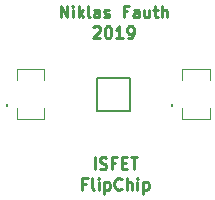
<source format=gto>
G04 #@! TF.GenerationSoftware,KiCad,Pcbnew,5.0.2-bee76a0~70~ubuntu18.04.1*
G04 #@! TF.CreationDate,2019-09-04T19:42:23+02:00*
G04 #@! TF.ProjectId,upper_Sensor,75707065-725f-4536-956e-736f722e6b69,rev?*
G04 #@! TF.SameCoordinates,Original*
G04 #@! TF.FileFunction,Legend,Top*
G04 #@! TF.FilePolarity,Positive*
%FSLAX46Y46*%
G04 Gerber Fmt 4.6, Leading zero omitted, Abs format (unit mm)*
G04 Created by KiCad (PCBNEW 5.0.2-bee76a0~70~ubuntu18.04.1) date Mi 04 Sep 2019 19:42:23 CEST*
%MOMM*%
%LPD*%
G01*
G04 APERTURE LIST*
%ADD10C,0.250000*%
%ADD11C,0.200000*%
%ADD12C,0.100000*%
G04 APERTURE END LIST*
D10*
X105540000Y-73517380D02*
X105540000Y-72517380D01*
X106111428Y-73517380D01*
X106111428Y-72517380D01*
X106587619Y-73517380D02*
X106587619Y-72850714D01*
X106587619Y-72517380D02*
X106540000Y-72565000D01*
X106587619Y-72612619D01*
X106635238Y-72565000D01*
X106587619Y-72517380D01*
X106587619Y-72612619D01*
X107063809Y-73517380D02*
X107063809Y-72517380D01*
X107159047Y-73136428D02*
X107444761Y-73517380D01*
X107444761Y-72850714D02*
X107063809Y-73231666D01*
X108016190Y-73517380D02*
X107920952Y-73469761D01*
X107873333Y-73374523D01*
X107873333Y-72517380D01*
X108825714Y-73517380D02*
X108825714Y-72993571D01*
X108778095Y-72898333D01*
X108682857Y-72850714D01*
X108492380Y-72850714D01*
X108397142Y-72898333D01*
X108825714Y-73469761D02*
X108730476Y-73517380D01*
X108492380Y-73517380D01*
X108397142Y-73469761D01*
X108349523Y-73374523D01*
X108349523Y-73279285D01*
X108397142Y-73184047D01*
X108492380Y-73136428D01*
X108730476Y-73136428D01*
X108825714Y-73088809D01*
X109254285Y-73469761D02*
X109349523Y-73517380D01*
X109540000Y-73517380D01*
X109635238Y-73469761D01*
X109682857Y-73374523D01*
X109682857Y-73326904D01*
X109635238Y-73231666D01*
X109540000Y-73184047D01*
X109397142Y-73184047D01*
X109301904Y-73136428D01*
X109254285Y-73041190D01*
X109254285Y-72993571D01*
X109301904Y-72898333D01*
X109397142Y-72850714D01*
X109540000Y-72850714D01*
X109635238Y-72898333D01*
X111206666Y-72993571D02*
X110873333Y-72993571D01*
X110873333Y-73517380D02*
X110873333Y-72517380D01*
X111349523Y-72517380D01*
X112159047Y-73517380D02*
X112159047Y-72993571D01*
X112111428Y-72898333D01*
X112016190Y-72850714D01*
X111825714Y-72850714D01*
X111730476Y-72898333D01*
X112159047Y-73469761D02*
X112063809Y-73517380D01*
X111825714Y-73517380D01*
X111730476Y-73469761D01*
X111682857Y-73374523D01*
X111682857Y-73279285D01*
X111730476Y-73184047D01*
X111825714Y-73136428D01*
X112063809Y-73136428D01*
X112159047Y-73088809D01*
X113063809Y-72850714D02*
X113063809Y-73517380D01*
X112635238Y-72850714D02*
X112635238Y-73374523D01*
X112682857Y-73469761D01*
X112778095Y-73517380D01*
X112920952Y-73517380D01*
X113016190Y-73469761D01*
X113063809Y-73422142D01*
X113397142Y-72850714D02*
X113778095Y-72850714D01*
X113540000Y-72517380D02*
X113540000Y-73374523D01*
X113587619Y-73469761D01*
X113682857Y-73517380D01*
X113778095Y-73517380D01*
X114111428Y-73517380D02*
X114111428Y-72517380D01*
X114540000Y-73517380D02*
X114540000Y-72993571D01*
X114492380Y-72898333D01*
X114397142Y-72850714D01*
X114254285Y-72850714D01*
X114159047Y-72898333D01*
X114111428Y-72945952D01*
X108325714Y-74362619D02*
X108373333Y-74315000D01*
X108468571Y-74267380D01*
X108706666Y-74267380D01*
X108801904Y-74315000D01*
X108849523Y-74362619D01*
X108897142Y-74457857D01*
X108897142Y-74553095D01*
X108849523Y-74695952D01*
X108278095Y-75267380D01*
X108897142Y-75267380D01*
X109516190Y-74267380D02*
X109611428Y-74267380D01*
X109706666Y-74315000D01*
X109754285Y-74362619D01*
X109801904Y-74457857D01*
X109849523Y-74648333D01*
X109849523Y-74886428D01*
X109801904Y-75076904D01*
X109754285Y-75172142D01*
X109706666Y-75219761D01*
X109611428Y-75267380D01*
X109516190Y-75267380D01*
X109420952Y-75219761D01*
X109373333Y-75172142D01*
X109325714Y-75076904D01*
X109278095Y-74886428D01*
X109278095Y-74648333D01*
X109325714Y-74457857D01*
X109373333Y-74362619D01*
X109420952Y-74315000D01*
X109516190Y-74267380D01*
X110801904Y-75267380D02*
X110230476Y-75267380D01*
X110516190Y-75267380D02*
X110516190Y-74267380D01*
X110420952Y-74410238D01*
X110325714Y-74505476D01*
X110230476Y-74553095D01*
X111278095Y-75267380D02*
X111468571Y-75267380D01*
X111563809Y-75219761D01*
X111611428Y-75172142D01*
X111706666Y-75029285D01*
X111754285Y-74838809D01*
X111754285Y-74457857D01*
X111706666Y-74362619D01*
X111659047Y-74315000D01*
X111563809Y-74267380D01*
X111373333Y-74267380D01*
X111278095Y-74315000D01*
X111230476Y-74362619D01*
X111182857Y-74457857D01*
X111182857Y-74695952D01*
X111230476Y-74791190D01*
X111278095Y-74838809D01*
X111373333Y-74886428D01*
X111563809Y-74886428D01*
X111659047Y-74838809D01*
X111706666Y-74791190D01*
X111754285Y-74695952D01*
X108431904Y-86357380D02*
X108431904Y-85357380D01*
X108860476Y-86309761D02*
X109003333Y-86357380D01*
X109241428Y-86357380D01*
X109336666Y-86309761D01*
X109384285Y-86262142D01*
X109431904Y-86166904D01*
X109431904Y-86071666D01*
X109384285Y-85976428D01*
X109336666Y-85928809D01*
X109241428Y-85881190D01*
X109050952Y-85833571D01*
X108955714Y-85785952D01*
X108908095Y-85738333D01*
X108860476Y-85643095D01*
X108860476Y-85547857D01*
X108908095Y-85452619D01*
X108955714Y-85405000D01*
X109050952Y-85357380D01*
X109289047Y-85357380D01*
X109431904Y-85405000D01*
X110193809Y-85833571D02*
X109860476Y-85833571D01*
X109860476Y-86357380D02*
X109860476Y-85357380D01*
X110336666Y-85357380D01*
X110717619Y-85833571D02*
X111050952Y-85833571D01*
X111193809Y-86357380D02*
X110717619Y-86357380D01*
X110717619Y-85357380D01*
X111193809Y-85357380D01*
X111479523Y-85357380D02*
X112050952Y-85357380D01*
X111765238Y-86357380D02*
X111765238Y-85357380D01*
X107717619Y-87583571D02*
X107384285Y-87583571D01*
X107384285Y-88107380D02*
X107384285Y-87107380D01*
X107860476Y-87107380D01*
X108384285Y-88107380D02*
X108289047Y-88059761D01*
X108241428Y-87964523D01*
X108241428Y-87107380D01*
X108765238Y-88107380D02*
X108765238Y-87440714D01*
X108765238Y-87107380D02*
X108717619Y-87155000D01*
X108765238Y-87202619D01*
X108812857Y-87155000D01*
X108765238Y-87107380D01*
X108765238Y-87202619D01*
X109241428Y-87440714D02*
X109241428Y-88440714D01*
X109241428Y-87488333D02*
X109336666Y-87440714D01*
X109527142Y-87440714D01*
X109622380Y-87488333D01*
X109670000Y-87535952D01*
X109717619Y-87631190D01*
X109717619Y-87916904D01*
X109670000Y-88012142D01*
X109622380Y-88059761D01*
X109527142Y-88107380D01*
X109336666Y-88107380D01*
X109241428Y-88059761D01*
X110717619Y-88012142D02*
X110670000Y-88059761D01*
X110527142Y-88107380D01*
X110431904Y-88107380D01*
X110289047Y-88059761D01*
X110193809Y-87964523D01*
X110146190Y-87869285D01*
X110098571Y-87678809D01*
X110098571Y-87535952D01*
X110146190Y-87345476D01*
X110193809Y-87250238D01*
X110289047Y-87155000D01*
X110431904Y-87107380D01*
X110527142Y-87107380D01*
X110670000Y-87155000D01*
X110717619Y-87202619D01*
X111146190Y-88107380D02*
X111146190Y-87107380D01*
X111574761Y-88107380D02*
X111574761Y-87583571D01*
X111527142Y-87488333D01*
X111431904Y-87440714D01*
X111289047Y-87440714D01*
X111193809Y-87488333D01*
X111146190Y-87535952D01*
X112050952Y-88107380D02*
X112050952Y-87440714D01*
X112050952Y-87107380D02*
X112003333Y-87155000D01*
X112050952Y-87202619D01*
X112098571Y-87155000D01*
X112050952Y-87107380D01*
X112050952Y-87202619D01*
X112527142Y-87440714D02*
X112527142Y-88440714D01*
X112527142Y-87488333D02*
X112622380Y-87440714D01*
X112812857Y-87440714D01*
X112908095Y-87488333D01*
X112955714Y-87535952D01*
X113003333Y-87631190D01*
X113003333Y-87916904D01*
X112955714Y-88012142D01*
X112908095Y-88059761D01*
X112812857Y-88107380D01*
X112622380Y-88107380D01*
X112527142Y-88059761D01*
D11*
X108600000Y-78600000D02*
X111400000Y-78600000D01*
X108600000Y-81400000D02*
X108600000Y-78600000D01*
X111400000Y-81400000D02*
X108600000Y-81400000D01*
X111400000Y-78600000D02*
X111400000Y-81400000D01*
G04 #@! TO.C,J11*
X115000000Y-81000000D02*
G75*
G02X115000000Y-80900000I0J50000D01*
G01*
X115000000Y-80900000D02*
G75*
G02X115000000Y-81000000I0J-50000D01*
G01*
X115000000Y-80900000D02*
X115000000Y-80900000D01*
X115000000Y-81000000D02*
X115000000Y-81000000D01*
D12*
X115840000Y-77890000D02*
X115840000Y-78800000D01*
X118160000Y-77890000D02*
X115840000Y-77890000D01*
X118160000Y-78800000D02*
X118160000Y-77890000D01*
X115840000Y-82110000D02*
X115840000Y-81200000D01*
X118160000Y-82110000D02*
X115840000Y-82110000D01*
X118160000Y-81200000D02*
X118160000Y-82110000D01*
D11*
G04 #@! TO.C,J12*
X101000000Y-81000000D02*
G75*
G02X101000000Y-80900000I0J50000D01*
G01*
X101000000Y-80900000D02*
G75*
G02X101000000Y-81000000I0J-50000D01*
G01*
X101000000Y-80900000D02*
X101000000Y-80900000D01*
X101000000Y-81000000D02*
X101000000Y-81000000D01*
D12*
X101840000Y-77890000D02*
X101840000Y-78800000D01*
X104160000Y-77890000D02*
X101840000Y-77890000D01*
X104160000Y-78800000D02*
X104160000Y-77890000D01*
X101840000Y-82110000D02*
X101840000Y-81200000D01*
X104160000Y-82110000D02*
X101840000Y-82110000D01*
X104160000Y-81200000D02*
X104160000Y-82110000D01*
G04 #@! TD*
M02*

</source>
